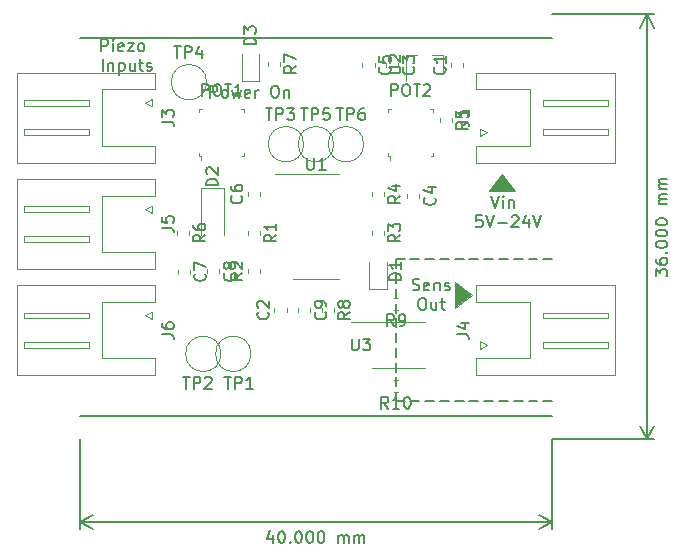
<source format=gbr>
G04 #@! TF.GenerationSoftware,KiCad,Pcbnew,5.1.5-1.fc31*
G04 #@! TF.CreationDate,2020-04-12T23:44:56+02:00*
G04 #@! TF.ProjectId,piezo_amplifier,7069657a-6f5f-4616-9d70-6c6966696572,rev?*
G04 #@! TF.SameCoordinates,Original*
G04 #@! TF.FileFunction,Legend,Top*
G04 #@! TF.FilePolarity,Positive*
%FSLAX46Y46*%
G04 Gerber Fmt 4.6, Leading zero omitted, Abs format (unit mm)*
G04 Created by KiCad (PCBNEW 5.1.5-1.fc31) date 2020-04-12 23:44:56*
%MOMM*%
%LPD*%
G04 APERTURE LIST*
%ADD10C,0.150000*%
%ADD11C,0.100000*%
%ADD12C,0.120000*%
G04 APERTURE END LIST*
D10*
X153752380Y-81190476D02*
X153752380Y-80571428D01*
X154133333Y-80904761D01*
X154133333Y-80761904D01*
X154180952Y-80666666D01*
X154228571Y-80619047D01*
X154323809Y-80571428D01*
X154561904Y-80571428D01*
X154657142Y-80619047D01*
X154704761Y-80666666D01*
X154752380Y-80761904D01*
X154752380Y-81047619D01*
X154704761Y-81142857D01*
X154657142Y-81190476D01*
X153752380Y-79714285D02*
X153752380Y-79904761D01*
X153800000Y-80000000D01*
X153847619Y-80047619D01*
X153990476Y-80142857D01*
X154180952Y-80190476D01*
X154561904Y-80190476D01*
X154657142Y-80142857D01*
X154704761Y-80095238D01*
X154752380Y-80000000D01*
X154752380Y-79809523D01*
X154704761Y-79714285D01*
X154657142Y-79666666D01*
X154561904Y-79619047D01*
X154323809Y-79619047D01*
X154228571Y-79666666D01*
X154180952Y-79714285D01*
X154133333Y-79809523D01*
X154133333Y-80000000D01*
X154180952Y-80095238D01*
X154228571Y-80142857D01*
X154323809Y-80190476D01*
X154657142Y-79190476D02*
X154704761Y-79142857D01*
X154752380Y-79190476D01*
X154704761Y-79238095D01*
X154657142Y-79190476D01*
X154752380Y-79190476D01*
X153752380Y-78523809D02*
X153752380Y-78428571D01*
X153800000Y-78333333D01*
X153847619Y-78285714D01*
X153942857Y-78238095D01*
X154133333Y-78190476D01*
X154371428Y-78190476D01*
X154561904Y-78238095D01*
X154657142Y-78285714D01*
X154704761Y-78333333D01*
X154752380Y-78428571D01*
X154752380Y-78523809D01*
X154704761Y-78619047D01*
X154657142Y-78666666D01*
X154561904Y-78714285D01*
X154371428Y-78761904D01*
X154133333Y-78761904D01*
X153942857Y-78714285D01*
X153847619Y-78666666D01*
X153800000Y-78619047D01*
X153752380Y-78523809D01*
X153752380Y-77571428D02*
X153752380Y-77476190D01*
X153800000Y-77380952D01*
X153847619Y-77333333D01*
X153942857Y-77285714D01*
X154133333Y-77238095D01*
X154371428Y-77238095D01*
X154561904Y-77285714D01*
X154657142Y-77333333D01*
X154704761Y-77380952D01*
X154752380Y-77476190D01*
X154752380Y-77571428D01*
X154704761Y-77666666D01*
X154657142Y-77714285D01*
X154561904Y-77761904D01*
X154371428Y-77809523D01*
X154133333Y-77809523D01*
X153942857Y-77761904D01*
X153847619Y-77714285D01*
X153800000Y-77666666D01*
X153752380Y-77571428D01*
X153752380Y-76619047D02*
X153752380Y-76523809D01*
X153800000Y-76428571D01*
X153847619Y-76380952D01*
X153942857Y-76333333D01*
X154133333Y-76285714D01*
X154371428Y-76285714D01*
X154561904Y-76333333D01*
X154657142Y-76380952D01*
X154704761Y-76428571D01*
X154752380Y-76523809D01*
X154752380Y-76619047D01*
X154704761Y-76714285D01*
X154657142Y-76761904D01*
X154561904Y-76809523D01*
X154371428Y-76857142D01*
X154133333Y-76857142D01*
X153942857Y-76809523D01*
X153847619Y-76761904D01*
X153800000Y-76714285D01*
X153752380Y-76619047D01*
X154752380Y-75095238D02*
X154085714Y-75095238D01*
X154180952Y-75095238D02*
X154133333Y-75047619D01*
X154085714Y-74952380D01*
X154085714Y-74809523D01*
X154133333Y-74714285D01*
X154228571Y-74666666D01*
X154752380Y-74666666D01*
X154228571Y-74666666D02*
X154133333Y-74619047D01*
X154085714Y-74523809D01*
X154085714Y-74380952D01*
X154133333Y-74285714D01*
X154228571Y-74238095D01*
X154752380Y-74238095D01*
X154752380Y-73761904D02*
X154085714Y-73761904D01*
X154180952Y-73761904D02*
X154133333Y-73714285D01*
X154085714Y-73619047D01*
X154085714Y-73476190D01*
X154133333Y-73380952D01*
X154228571Y-73333333D01*
X154752380Y-73333333D01*
X154228571Y-73333333D02*
X154133333Y-73285714D01*
X154085714Y-73190476D01*
X154085714Y-73047619D01*
X154133333Y-72952380D01*
X154228571Y-72904761D01*
X154752380Y-72904761D01*
X153000000Y-95000000D02*
X153000000Y-59000000D01*
X145000000Y-95000000D02*
X153586421Y-95000000D01*
X145000000Y-59000000D02*
X153586421Y-59000000D01*
X153000000Y-59000000D02*
X153586421Y-60126504D01*
X153000000Y-59000000D02*
X152413579Y-60126504D01*
X153000000Y-95000000D02*
X153586421Y-93873496D01*
X153000000Y-95000000D02*
X152413579Y-93873496D01*
X121333333Y-103085714D02*
X121333333Y-103752380D01*
X121095238Y-102704761D02*
X120857142Y-103419047D01*
X121476190Y-103419047D01*
X122047619Y-102752380D02*
X122142857Y-102752380D01*
X122238095Y-102800000D01*
X122285714Y-102847619D01*
X122333333Y-102942857D01*
X122380952Y-103133333D01*
X122380952Y-103371428D01*
X122333333Y-103561904D01*
X122285714Y-103657142D01*
X122238095Y-103704761D01*
X122142857Y-103752380D01*
X122047619Y-103752380D01*
X121952380Y-103704761D01*
X121904761Y-103657142D01*
X121857142Y-103561904D01*
X121809523Y-103371428D01*
X121809523Y-103133333D01*
X121857142Y-102942857D01*
X121904761Y-102847619D01*
X121952380Y-102800000D01*
X122047619Y-102752380D01*
X122809523Y-103657142D02*
X122857142Y-103704761D01*
X122809523Y-103752380D01*
X122761904Y-103704761D01*
X122809523Y-103657142D01*
X122809523Y-103752380D01*
X123476190Y-102752380D02*
X123571428Y-102752380D01*
X123666666Y-102800000D01*
X123714285Y-102847619D01*
X123761904Y-102942857D01*
X123809523Y-103133333D01*
X123809523Y-103371428D01*
X123761904Y-103561904D01*
X123714285Y-103657142D01*
X123666666Y-103704761D01*
X123571428Y-103752380D01*
X123476190Y-103752380D01*
X123380952Y-103704761D01*
X123333333Y-103657142D01*
X123285714Y-103561904D01*
X123238095Y-103371428D01*
X123238095Y-103133333D01*
X123285714Y-102942857D01*
X123333333Y-102847619D01*
X123380952Y-102800000D01*
X123476190Y-102752380D01*
X124428571Y-102752380D02*
X124523809Y-102752380D01*
X124619047Y-102800000D01*
X124666666Y-102847619D01*
X124714285Y-102942857D01*
X124761904Y-103133333D01*
X124761904Y-103371428D01*
X124714285Y-103561904D01*
X124666666Y-103657142D01*
X124619047Y-103704761D01*
X124523809Y-103752380D01*
X124428571Y-103752380D01*
X124333333Y-103704761D01*
X124285714Y-103657142D01*
X124238095Y-103561904D01*
X124190476Y-103371428D01*
X124190476Y-103133333D01*
X124238095Y-102942857D01*
X124285714Y-102847619D01*
X124333333Y-102800000D01*
X124428571Y-102752380D01*
X125380952Y-102752380D02*
X125476190Y-102752380D01*
X125571428Y-102800000D01*
X125619047Y-102847619D01*
X125666666Y-102942857D01*
X125714285Y-103133333D01*
X125714285Y-103371428D01*
X125666666Y-103561904D01*
X125619047Y-103657142D01*
X125571428Y-103704761D01*
X125476190Y-103752380D01*
X125380952Y-103752380D01*
X125285714Y-103704761D01*
X125238095Y-103657142D01*
X125190476Y-103561904D01*
X125142857Y-103371428D01*
X125142857Y-103133333D01*
X125190476Y-102942857D01*
X125238095Y-102847619D01*
X125285714Y-102800000D01*
X125380952Y-102752380D01*
X126904761Y-103752380D02*
X126904761Y-103085714D01*
X126904761Y-103180952D02*
X126952380Y-103133333D01*
X127047619Y-103085714D01*
X127190476Y-103085714D01*
X127285714Y-103133333D01*
X127333333Y-103228571D01*
X127333333Y-103752380D01*
X127333333Y-103228571D02*
X127380952Y-103133333D01*
X127476190Y-103085714D01*
X127619047Y-103085714D01*
X127714285Y-103133333D01*
X127761904Y-103228571D01*
X127761904Y-103752380D01*
X128238095Y-103752380D02*
X128238095Y-103085714D01*
X128238095Y-103180952D02*
X128285714Y-103133333D01*
X128380952Y-103085714D01*
X128523809Y-103085714D01*
X128619047Y-103133333D01*
X128666666Y-103228571D01*
X128666666Y-103752380D01*
X128666666Y-103228571D02*
X128714285Y-103133333D01*
X128809523Y-103085714D01*
X128952380Y-103085714D01*
X129047619Y-103133333D01*
X129095238Y-103228571D01*
X129095238Y-103752380D01*
X145000000Y-102000000D02*
X105000000Y-102000000D01*
X145000000Y-95000000D02*
X145000000Y-102586421D01*
X105000000Y-95000000D02*
X105000000Y-102586421D01*
X105000000Y-102000000D02*
X106126504Y-101413579D01*
X105000000Y-102000000D02*
X106126504Y-102586421D01*
X145000000Y-102000000D02*
X143873496Y-101413579D01*
X145000000Y-102000000D02*
X143873496Y-102586421D01*
X131750000Y-80500000D02*
X131750000Y-79750000D01*
X105000000Y-93000000D02*
X145000000Y-93000000D01*
X144250000Y-91750000D02*
X145000000Y-91750000D01*
X141750000Y-91750000D02*
X142500000Y-91750000D01*
X143000000Y-91750000D02*
X143750000Y-91750000D01*
X139250000Y-91750000D02*
X140000000Y-91750000D01*
X140500000Y-91750000D02*
X141250000Y-91750000D01*
X136750000Y-91750000D02*
X137500000Y-91750000D01*
X138000000Y-91750000D02*
X138750000Y-91750000D01*
X134250000Y-91750000D02*
X135000000Y-91750000D01*
X135500000Y-91750000D02*
X136250000Y-91750000D01*
X131750000Y-91750000D02*
X132500000Y-91750000D01*
X133000000Y-91750000D02*
X133750000Y-91750000D01*
X144250000Y-79750000D02*
X145000000Y-79750000D01*
X141750000Y-79750000D02*
X142500000Y-79750000D01*
X143000000Y-79750000D02*
X143750000Y-79750000D01*
X131750000Y-81000000D02*
X131750000Y-81750000D01*
X131750000Y-82250000D02*
X131750000Y-83000000D01*
X139250000Y-79750000D02*
X140000000Y-79750000D01*
X140500000Y-79750000D02*
X141250000Y-79750000D01*
X136750000Y-79750000D02*
X137500000Y-79750000D01*
X138000000Y-79750000D02*
X138750000Y-79750000D01*
X134250000Y-79750000D02*
X135000000Y-79750000D01*
X135500000Y-79750000D02*
X136250000Y-79750000D01*
X131750000Y-79750000D02*
X132500000Y-79750000D01*
X133000000Y-79750000D02*
X133750000Y-79750000D01*
X131750000Y-91000000D02*
X131750000Y-91750000D01*
X131750000Y-88500000D02*
X131750000Y-89250000D01*
X131750000Y-89750000D02*
X131750000Y-90500000D01*
X131750000Y-86000000D02*
X131750000Y-86750000D01*
X131750000Y-87250000D02*
X131750000Y-88000000D01*
X131750000Y-83500000D02*
X131750000Y-84250000D01*
X131750000Y-84750000D02*
X131750000Y-85500000D01*
X116066666Y-66052380D02*
X116066666Y-65052380D01*
X116447619Y-65052380D01*
X116542857Y-65100000D01*
X116590476Y-65147619D01*
X116638095Y-65242857D01*
X116638095Y-65385714D01*
X116590476Y-65480952D01*
X116542857Y-65528571D01*
X116447619Y-65576190D01*
X116066666Y-65576190D01*
X117209523Y-66052380D02*
X117114285Y-66004761D01*
X117066666Y-65957142D01*
X117019047Y-65861904D01*
X117019047Y-65576190D01*
X117066666Y-65480952D01*
X117114285Y-65433333D01*
X117209523Y-65385714D01*
X117352380Y-65385714D01*
X117447619Y-65433333D01*
X117495238Y-65480952D01*
X117542857Y-65576190D01*
X117542857Y-65861904D01*
X117495238Y-65957142D01*
X117447619Y-66004761D01*
X117352380Y-66052380D01*
X117209523Y-66052380D01*
X117876190Y-65385714D02*
X118066666Y-66052380D01*
X118257142Y-65576190D01*
X118447619Y-66052380D01*
X118638095Y-65385714D01*
X119400000Y-66004761D02*
X119304761Y-66052380D01*
X119114285Y-66052380D01*
X119019047Y-66004761D01*
X118971428Y-65909523D01*
X118971428Y-65528571D01*
X119019047Y-65433333D01*
X119114285Y-65385714D01*
X119304761Y-65385714D01*
X119400000Y-65433333D01*
X119447619Y-65528571D01*
X119447619Y-65623809D01*
X118971428Y-65719047D01*
X119876190Y-66052380D02*
X119876190Y-65385714D01*
X119876190Y-65576190D02*
X119923809Y-65480952D01*
X119971428Y-65433333D01*
X120066666Y-65385714D01*
X120161904Y-65385714D01*
X121447619Y-65052380D02*
X121638095Y-65052380D01*
X121733333Y-65100000D01*
X121828571Y-65195238D01*
X121876190Y-65385714D01*
X121876190Y-65719047D01*
X121828571Y-65909523D01*
X121733333Y-66004761D01*
X121638095Y-66052380D01*
X121447619Y-66052380D01*
X121352380Y-66004761D01*
X121257142Y-65909523D01*
X121209523Y-65719047D01*
X121209523Y-65385714D01*
X121257142Y-65195238D01*
X121352380Y-65100000D01*
X121447619Y-65052380D01*
X122304761Y-65385714D02*
X122304761Y-66052380D01*
X122304761Y-65480952D02*
X122352380Y-65433333D01*
X122447619Y-65385714D01*
X122590476Y-65385714D01*
X122685714Y-65433333D01*
X122733333Y-65528571D01*
X122733333Y-66052380D01*
X133178571Y-82329761D02*
X133321428Y-82377380D01*
X133559523Y-82377380D01*
X133654761Y-82329761D01*
X133702380Y-82282142D01*
X133750000Y-82186904D01*
X133750000Y-82091666D01*
X133702380Y-81996428D01*
X133654761Y-81948809D01*
X133559523Y-81901190D01*
X133369047Y-81853571D01*
X133273809Y-81805952D01*
X133226190Y-81758333D01*
X133178571Y-81663095D01*
X133178571Y-81567857D01*
X133226190Y-81472619D01*
X133273809Y-81425000D01*
X133369047Y-81377380D01*
X133607142Y-81377380D01*
X133750000Y-81425000D01*
X134559523Y-82329761D02*
X134464285Y-82377380D01*
X134273809Y-82377380D01*
X134178571Y-82329761D01*
X134130952Y-82234523D01*
X134130952Y-81853571D01*
X134178571Y-81758333D01*
X134273809Y-81710714D01*
X134464285Y-81710714D01*
X134559523Y-81758333D01*
X134607142Y-81853571D01*
X134607142Y-81948809D01*
X134130952Y-82044047D01*
X135035714Y-81710714D02*
X135035714Y-82377380D01*
X135035714Y-81805952D02*
X135083333Y-81758333D01*
X135178571Y-81710714D01*
X135321428Y-81710714D01*
X135416666Y-81758333D01*
X135464285Y-81853571D01*
X135464285Y-82377380D01*
X135892857Y-82329761D02*
X135988095Y-82377380D01*
X136178571Y-82377380D01*
X136273809Y-82329761D01*
X136321428Y-82234523D01*
X136321428Y-82186904D01*
X136273809Y-82091666D01*
X136178571Y-82044047D01*
X136035714Y-82044047D01*
X135940476Y-81996428D01*
X135892857Y-81901190D01*
X135892857Y-81853571D01*
X135940476Y-81758333D01*
X136035714Y-81710714D01*
X136178571Y-81710714D01*
X136273809Y-81758333D01*
X133916666Y-83027380D02*
X134107142Y-83027380D01*
X134202380Y-83075000D01*
X134297619Y-83170238D01*
X134345238Y-83360714D01*
X134345238Y-83694047D01*
X134297619Y-83884523D01*
X134202380Y-83979761D01*
X134107142Y-84027380D01*
X133916666Y-84027380D01*
X133821428Y-83979761D01*
X133726190Y-83884523D01*
X133678571Y-83694047D01*
X133678571Y-83360714D01*
X133726190Y-83170238D01*
X133821428Y-83075000D01*
X133916666Y-83027380D01*
X135202380Y-83360714D02*
X135202380Y-84027380D01*
X134773809Y-83360714D02*
X134773809Y-83884523D01*
X134821428Y-83979761D01*
X134916666Y-84027380D01*
X135059523Y-84027380D01*
X135154761Y-83979761D01*
X135202380Y-83932142D01*
X135535714Y-83360714D02*
X135916666Y-83360714D01*
X135678571Y-83027380D02*
X135678571Y-83884523D01*
X135726190Y-83979761D01*
X135821428Y-84027380D01*
X135916666Y-84027380D01*
D11*
G36*
X138250000Y-82750000D02*
G01*
X136750000Y-83875000D01*
X136750000Y-81625000D01*
X138250000Y-82750000D01*
G37*
X138250000Y-82750000D02*
X136750000Y-83875000D01*
X136750000Y-81625000D01*
X138250000Y-82750000D01*
G36*
X141875000Y-74000000D02*
G01*
X139625000Y-74000000D01*
X140750000Y-72500000D01*
X141875000Y-74000000D01*
G37*
X141875000Y-74000000D02*
X139625000Y-74000000D01*
X140750000Y-72500000D01*
X141875000Y-74000000D01*
D10*
X139845238Y-74377380D02*
X140178571Y-75377380D01*
X140511904Y-74377380D01*
X140845238Y-75377380D02*
X140845238Y-74710714D01*
X140845238Y-74377380D02*
X140797619Y-74425000D01*
X140845238Y-74472619D01*
X140892857Y-74425000D01*
X140845238Y-74377380D01*
X140845238Y-74472619D01*
X141321428Y-74710714D02*
X141321428Y-75377380D01*
X141321428Y-74805952D02*
X141369047Y-74758333D01*
X141464285Y-74710714D01*
X141607142Y-74710714D01*
X141702380Y-74758333D01*
X141750000Y-74853571D01*
X141750000Y-75377380D01*
X139059523Y-76027380D02*
X138583333Y-76027380D01*
X138535714Y-76503571D01*
X138583333Y-76455952D01*
X138678571Y-76408333D01*
X138916666Y-76408333D01*
X139011904Y-76455952D01*
X139059523Y-76503571D01*
X139107142Y-76598809D01*
X139107142Y-76836904D01*
X139059523Y-76932142D01*
X139011904Y-76979761D01*
X138916666Y-77027380D01*
X138678571Y-77027380D01*
X138583333Y-76979761D01*
X138535714Y-76932142D01*
X139392857Y-76027380D02*
X139726190Y-77027380D01*
X140059523Y-76027380D01*
X140392857Y-76646428D02*
X141154761Y-76646428D01*
X141583333Y-76122619D02*
X141630952Y-76075000D01*
X141726190Y-76027380D01*
X141964285Y-76027380D01*
X142059523Y-76075000D01*
X142107142Y-76122619D01*
X142154761Y-76217857D01*
X142154761Y-76313095D01*
X142107142Y-76455952D01*
X141535714Y-77027380D01*
X142154761Y-77027380D01*
X143011904Y-76360714D02*
X143011904Y-77027380D01*
X142773809Y-75979761D02*
X142535714Y-76694047D01*
X143154761Y-76694047D01*
X143392857Y-76027380D02*
X143726190Y-77027380D01*
X144059523Y-76027380D01*
X106833333Y-62127380D02*
X106833333Y-61127380D01*
X107214285Y-61127380D01*
X107309523Y-61175000D01*
X107357142Y-61222619D01*
X107404761Y-61317857D01*
X107404761Y-61460714D01*
X107357142Y-61555952D01*
X107309523Y-61603571D01*
X107214285Y-61651190D01*
X106833333Y-61651190D01*
X107833333Y-62127380D02*
X107833333Y-61460714D01*
X107833333Y-61127380D02*
X107785714Y-61175000D01*
X107833333Y-61222619D01*
X107880952Y-61175000D01*
X107833333Y-61127380D01*
X107833333Y-61222619D01*
X108690476Y-62079761D02*
X108595238Y-62127380D01*
X108404761Y-62127380D01*
X108309523Y-62079761D01*
X108261904Y-61984523D01*
X108261904Y-61603571D01*
X108309523Y-61508333D01*
X108404761Y-61460714D01*
X108595238Y-61460714D01*
X108690476Y-61508333D01*
X108738095Y-61603571D01*
X108738095Y-61698809D01*
X108261904Y-61794047D01*
X109071428Y-61460714D02*
X109595238Y-61460714D01*
X109071428Y-62127380D01*
X109595238Y-62127380D01*
X110119047Y-62127380D02*
X110023809Y-62079761D01*
X109976190Y-62032142D01*
X109928571Y-61936904D01*
X109928571Y-61651190D01*
X109976190Y-61555952D01*
X110023809Y-61508333D01*
X110119047Y-61460714D01*
X110261904Y-61460714D01*
X110357142Y-61508333D01*
X110404761Y-61555952D01*
X110452380Y-61651190D01*
X110452380Y-61936904D01*
X110404761Y-62032142D01*
X110357142Y-62079761D01*
X110261904Y-62127380D01*
X110119047Y-62127380D01*
X106952380Y-63777380D02*
X106952380Y-62777380D01*
X107428571Y-63110714D02*
X107428571Y-63777380D01*
X107428571Y-63205952D02*
X107476190Y-63158333D01*
X107571428Y-63110714D01*
X107714285Y-63110714D01*
X107809523Y-63158333D01*
X107857142Y-63253571D01*
X107857142Y-63777380D01*
X108333333Y-63110714D02*
X108333333Y-64110714D01*
X108333333Y-63158333D02*
X108428571Y-63110714D01*
X108619047Y-63110714D01*
X108714285Y-63158333D01*
X108761904Y-63205952D01*
X108809523Y-63301190D01*
X108809523Y-63586904D01*
X108761904Y-63682142D01*
X108714285Y-63729761D01*
X108619047Y-63777380D01*
X108428571Y-63777380D01*
X108333333Y-63729761D01*
X109666666Y-63110714D02*
X109666666Y-63777380D01*
X109238095Y-63110714D02*
X109238095Y-63634523D01*
X109285714Y-63729761D01*
X109380952Y-63777380D01*
X109523809Y-63777380D01*
X109619047Y-63729761D01*
X109666666Y-63682142D01*
X110000000Y-63110714D02*
X110380952Y-63110714D01*
X110142857Y-62777380D02*
X110142857Y-63634523D01*
X110190476Y-63729761D01*
X110285714Y-63777380D01*
X110380952Y-63777380D01*
X110666666Y-63729761D02*
X110761904Y-63777380D01*
X110952380Y-63777380D01*
X111047619Y-63729761D01*
X111095238Y-63634523D01*
X111095238Y-63586904D01*
X111047619Y-63491666D01*
X110952380Y-63444047D01*
X110809523Y-63444047D01*
X110714285Y-63396428D01*
X110666666Y-63301190D01*
X110666666Y-63253571D01*
X110714285Y-63158333D01*
X110809523Y-63110714D01*
X110952380Y-63110714D01*
X111047619Y-63158333D01*
X105000000Y-61000000D02*
X145000000Y-61000000D01*
D12*
X132000000Y-85040000D02*
X127950000Y-85040000D01*
X132000000Y-85040000D02*
X134275000Y-85040000D01*
X132000000Y-88960000D02*
X129725000Y-88960000D01*
X132000000Y-88960000D02*
X134275000Y-88960000D01*
X129040000Y-70000000D02*
G75*
G03X129040000Y-70000000I-1500000J0D01*
G01*
X126500000Y-70000000D02*
G75*
G03X126500000Y-70000000I-1500000J0D01*
G01*
X120185000Y-64685000D02*
X120185000Y-62400000D01*
X118715000Y-64685000D02*
X120185000Y-64685000D01*
X118715000Y-62400000D02*
X118715000Y-64685000D01*
X116960000Y-87750000D02*
G75*
G03X116960000Y-87750000I-1500000J0D01*
G01*
X115750000Y-64750000D02*
G75*
G03X115750000Y-64750000I-1500000J0D01*
G01*
X123960000Y-70000000D02*
G75*
G03X123960000Y-70000000I-1500000J0D01*
G01*
X117250000Y-73750000D02*
X117250000Y-77650000D01*
X115250000Y-73750000D02*
X115250000Y-77650000D01*
X117250000Y-73750000D02*
X115250000Y-73750000D01*
X130985000Y-82235000D02*
X130985000Y-79950000D01*
X129515000Y-82235000D02*
X130985000Y-82235000D01*
X129515000Y-79950000D02*
X129515000Y-82235000D01*
X119500000Y-87750000D02*
G75*
G03X119500000Y-87750000I-1500000J0D01*
G01*
X150310000Y-67750000D02*
X150310000Y-71560000D01*
X150310000Y-71560000D02*
X138590000Y-71560000D01*
X138590000Y-71560000D02*
X138590000Y-70140000D01*
X138590000Y-70140000D02*
X143090000Y-70140000D01*
X143090000Y-70140000D02*
X143090000Y-67750000D01*
X150310000Y-67750000D02*
X150310000Y-63940000D01*
X150310000Y-63940000D02*
X138590000Y-63940000D01*
X138590000Y-63940000D02*
X138590000Y-65360000D01*
X138590000Y-65360000D02*
X143090000Y-65360000D01*
X143090000Y-65360000D02*
X143090000Y-67750000D01*
X144200000Y-69250000D02*
X149700000Y-69250000D01*
X149700000Y-69250000D02*
X149700000Y-68750000D01*
X149700000Y-68750000D02*
X144200000Y-68750000D01*
X144200000Y-68750000D02*
X144200000Y-69250000D01*
X144200000Y-66750000D02*
X149700000Y-66750000D01*
X149700000Y-66750000D02*
X149700000Y-66250000D01*
X149700000Y-66250000D02*
X144200000Y-66250000D01*
X144200000Y-66250000D02*
X144200000Y-66750000D01*
X139500000Y-69000000D02*
X138900000Y-69300000D01*
X138900000Y-69300000D02*
X138900000Y-68700000D01*
X138900000Y-68700000D02*
X139500000Y-69000000D01*
X99690000Y-67750000D02*
X99690000Y-63940000D01*
X99690000Y-63940000D02*
X111410000Y-63940000D01*
X111410000Y-63940000D02*
X111410000Y-65360000D01*
X111410000Y-65360000D02*
X106910000Y-65360000D01*
X106910000Y-65360000D02*
X106910000Y-67750000D01*
X99690000Y-67750000D02*
X99690000Y-71560000D01*
X99690000Y-71560000D02*
X111410000Y-71560000D01*
X111410000Y-71560000D02*
X111410000Y-70140000D01*
X111410000Y-70140000D02*
X106910000Y-70140000D01*
X106910000Y-70140000D02*
X106910000Y-67750000D01*
X105800000Y-66250000D02*
X100300000Y-66250000D01*
X100300000Y-66250000D02*
X100300000Y-66750000D01*
X100300000Y-66750000D02*
X105800000Y-66750000D01*
X105800000Y-66750000D02*
X105800000Y-66250000D01*
X105800000Y-68750000D02*
X100300000Y-68750000D01*
X100300000Y-68750000D02*
X100300000Y-69250000D01*
X100300000Y-69250000D02*
X105800000Y-69250000D01*
X105800000Y-69250000D02*
X105800000Y-68750000D01*
X110500000Y-66500000D02*
X111100000Y-66200000D01*
X111100000Y-66200000D02*
X111100000Y-66800000D01*
X111100000Y-66800000D02*
X110500000Y-66500000D01*
X150310000Y-85750000D02*
X150310000Y-89560000D01*
X150310000Y-89560000D02*
X138590000Y-89560000D01*
X138590000Y-89560000D02*
X138590000Y-88140000D01*
X138590000Y-88140000D02*
X143090000Y-88140000D01*
X143090000Y-88140000D02*
X143090000Y-85750000D01*
X150310000Y-85750000D02*
X150310000Y-81940000D01*
X150310000Y-81940000D02*
X138590000Y-81940000D01*
X138590000Y-81940000D02*
X138590000Y-83360000D01*
X138590000Y-83360000D02*
X143090000Y-83360000D01*
X143090000Y-83360000D02*
X143090000Y-85750000D01*
X144200000Y-87250000D02*
X149700000Y-87250000D01*
X149700000Y-87250000D02*
X149700000Y-86750000D01*
X149700000Y-86750000D02*
X144200000Y-86750000D01*
X144200000Y-86750000D02*
X144200000Y-87250000D01*
X144200000Y-84750000D02*
X149700000Y-84750000D01*
X149700000Y-84750000D02*
X149700000Y-84250000D01*
X149700000Y-84250000D02*
X144200000Y-84250000D01*
X144200000Y-84250000D02*
X144200000Y-84750000D01*
X139500000Y-87000000D02*
X138900000Y-87300000D01*
X138900000Y-87300000D02*
X138900000Y-86700000D01*
X138900000Y-86700000D02*
X139500000Y-87000000D01*
X111100000Y-75800000D02*
X110500000Y-75500000D01*
X111100000Y-75200000D02*
X111100000Y-75800000D01*
X110500000Y-75500000D02*
X111100000Y-75200000D01*
X105800000Y-78250000D02*
X105800000Y-77750000D01*
X100300000Y-78250000D02*
X105800000Y-78250000D01*
X100300000Y-77750000D02*
X100300000Y-78250000D01*
X105800000Y-77750000D02*
X100300000Y-77750000D01*
X105800000Y-75750000D02*
X105800000Y-75250000D01*
X100300000Y-75750000D02*
X105800000Y-75750000D01*
X100300000Y-75250000D02*
X100300000Y-75750000D01*
X105800000Y-75250000D02*
X100300000Y-75250000D01*
X106910000Y-79140000D02*
X106910000Y-76750000D01*
X111410000Y-79140000D02*
X106910000Y-79140000D01*
X111410000Y-80560000D02*
X111410000Y-79140000D01*
X99690000Y-80560000D02*
X111410000Y-80560000D01*
X99690000Y-76750000D02*
X99690000Y-80560000D01*
X106910000Y-74360000D02*
X106910000Y-76750000D01*
X111410000Y-74360000D02*
X106910000Y-74360000D01*
X111410000Y-72940000D02*
X111410000Y-74360000D01*
X99690000Y-72940000D02*
X111410000Y-72940000D01*
X99690000Y-76750000D02*
X99690000Y-72940000D01*
X111100000Y-84800000D02*
X110500000Y-84500000D01*
X111100000Y-84200000D02*
X111100000Y-84800000D01*
X110500000Y-84500000D02*
X111100000Y-84200000D01*
X105800000Y-87250000D02*
X105800000Y-86750000D01*
X100300000Y-87250000D02*
X105800000Y-87250000D01*
X100300000Y-86750000D02*
X100300000Y-87250000D01*
X105800000Y-86750000D02*
X100300000Y-86750000D01*
X105800000Y-84750000D02*
X105800000Y-84250000D01*
X100300000Y-84750000D02*
X105800000Y-84750000D01*
X100300000Y-84250000D02*
X100300000Y-84750000D01*
X105800000Y-84250000D02*
X100300000Y-84250000D01*
X106910000Y-88140000D02*
X106910000Y-85750000D01*
X111410000Y-88140000D02*
X106910000Y-88140000D01*
X111410000Y-89560000D02*
X111410000Y-88140000D01*
X99690000Y-89560000D02*
X111410000Y-89560000D01*
X99690000Y-85750000D02*
X99690000Y-89560000D01*
X106910000Y-83360000D02*
X106910000Y-85750000D01*
X111410000Y-83360000D02*
X106910000Y-83360000D01*
X111410000Y-81940000D02*
X111410000Y-83360000D01*
X99690000Y-81940000D02*
X111410000Y-81940000D01*
X99690000Y-85750000D02*
X99690000Y-81940000D01*
D11*
X115100000Y-67000000D02*
X115100000Y-67250000D01*
X115100000Y-67000000D02*
X115350000Y-67000000D01*
X118900000Y-67000000D02*
X118900000Y-67250000D01*
X118900000Y-67000000D02*
X118650000Y-67000000D01*
X118900000Y-71000000D02*
X118700000Y-71000000D01*
X118900000Y-71000000D02*
X118900000Y-70750000D01*
X115100000Y-70750000D02*
X115100000Y-71000000D01*
X115100000Y-71000000D02*
X115300000Y-71000000D01*
X115300000Y-71000000D02*
X115300000Y-71350000D01*
X131300000Y-71000000D02*
X131300000Y-71350000D01*
X131100000Y-71000000D02*
X131300000Y-71000000D01*
X131100000Y-70750000D02*
X131100000Y-71000000D01*
X134900000Y-71000000D02*
X134900000Y-70750000D01*
X134900000Y-71000000D02*
X134700000Y-71000000D01*
X134900000Y-67000000D02*
X134650000Y-67000000D01*
X134900000Y-67000000D02*
X134900000Y-67250000D01*
X131100000Y-67000000D02*
X131350000Y-67000000D01*
X131100000Y-67000000D02*
X131100000Y-67250000D01*
D12*
X125000000Y-81435000D02*
X126950000Y-81435000D01*
X125000000Y-81435000D02*
X123050000Y-81435000D01*
X125000000Y-72565000D02*
X126950000Y-72565000D01*
X125000000Y-72565000D02*
X121550000Y-72565000D01*
X136440000Y-63471267D02*
X136440000Y-63128733D01*
X137460000Y-63471267D02*
X137460000Y-63128733D01*
X121490000Y-84221267D02*
X121490000Y-83878733D01*
X122510000Y-84221267D02*
X122510000Y-83878733D01*
X130940000Y-63128733D02*
X130940000Y-63471267D01*
X131960000Y-63128733D02*
X131960000Y-63471267D01*
X133760000Y-74178733D02*
X133760000Y-74521267D01*
X132740000Y-74178733D02*
X132740000Y-74521267D01*
X128940000Y-63128733D02*
X128940000Y-63471267D01*
X129960000Y-63128733D02*
X129960000Y-63471267D01*
X119240000Y-74371267D02*
X119240000Y-74028733D01*
X120260000Y-74371267D02*
X120260000Y-74028733D01*
X113290000Y-80628733D02*
X113290000Y-80971267D01*
X114310000Y-80628733D02*
X114310000Y-80971267D01*
X115790000Y-80603733D02*
X115790000Y-80946267D01*
X116810000Y-80603733D02*
X116810000Y-80946267D01*
X124510000Y-83878733D02*
X124510000Y-84221267D01*
X123490000Y-83878733D02*
X123490000Y-84221267D01*
X120260000Y-77337221D02*
X120260000Y-77662779D01*
X119240000Y-77337221D02*
X119240000Y-77662779D01*
X120260000Y-80912779D02*
X120260000Y-80587221D01*
X119240000Y-80912779D02*
X119240000Y-80587221D01*
X130760000Y-77337221D02*
X130760000Y-77662779D01*
X129740000Y-77337221D02*
X129740000Y-77662779D01*
X130760000Y-74037221D02*
X130760000Y-74362779D01*
X129740000Y-74037221D02*
X129740000Y-74362779D01*
X135490000Y-67787221D02*
X135490000Y-68112779D01*
X136510000Y-67787221D02*
X136510000Y-68112779D01*
X114260000Y-77337221D02*
X114260000Y-77662779D01*
X113240000Y-77337221D02*
X113240000Y-77662779D01*
X120940000Y-63037221D02*
X120940000Y-63362779D01*
X121960000Y-63037221D02*
X121960000Y-63362779D01*
X125490000Y-83887221D02*
X125490000Y-84212779D01*
X126510000Y-83887221D02*
X126510000Y-84212779D01*
X131950279Y-82990000D02*
X131624721Y-82990000D01*
X131950279Y-84010000D02*
X131624721Y-84010000D01*
X131912779Y-91010000D02*
X131587221Y-91010000D01*
X131912779Y-89990000D02*
X131587221Y-89990000D01*
X135780000Y-62490000D02*
X134850000Y-62490000D01*
X132620000Y-62490000D02*
X133550000Y-62490000D01*
X132620000Y-62490000D02*
X132620000Y-64650000D01*
X135780000Y-62490000D02*
X135780000Y-63950000D01*
D10*
X128038095Y-86452380D02*
X128038095Y-87261904D01*
X128085714Y-87357142D01*
X128133333Y-87404761D01*
X128228571Y-87452380D01*
X128419047Y-87452380D01*
X128514285Y-87404761D01*
X128561904Y-87357142D01*
X128609523Y-87261904D01*
X128609523Y-86452380D01*
X128990476Y-86452380D02*
X129609523Y-86452380D01*
X129276190Y-86833333D01*
X129419047Y-86833333D01*
X129514285Y-86880952D01*
X129561904Y-86928571D01*
X129609523Y-87023809D01*
X129609523Y-87261904D01*
X129561904Y-87357142D01*
X129514285Y-87404761D01*
X129419047Y-87452380D01*
X129133333Y-87452380D01*
X129038095Y-87404761D01*
X128990476Y-87357142D01*
X126738095Y-66952380D02*
X127309523Y-66952380D01*
X127023809Y-67952380D02*
X127023809Y-66952380D01*
X127642857Y-67952380D02*
X127642857Y-66952380D01*
X128023809Y-66952380D01*
X128119047Y-67000000D01*
X128166666Y-67047619D01*
X128214285Y-67142857D01*
X128214285Y-67285714D01*
X128166666Y-67380952D01*
X128119047Y-67428571D01*
X128023809Y-67476190D01*
X127642857Y-67476190D01*
X129071428Y-66952380D02*
X128880952Y-66952380D01*
X128785714Y-67000000D01*
X128738095Y-67047619D01*
X128642857Y-67190476D01*
X128595238Y-67380952D01*
X128595238Y-67761904D01*
X128642857Y-67857142D01*
X128690476Y-67904761D01*
X128785714Y-67952380D01*
X128976190Y-67952380D01*
X129071428Y-67904761D01*
X129119047Y-67857142D01*
X129166666Y-67761904D01*
X129166666Y-67523809D01*
X129119047Y-67428571D01*
X129071428Y-67380952D01*
X128976190Y-67333333D01*
X128785714Y-67333333D01*
X128690476Y-67380952D01*
X128642857Y-67428571D01*
X128595238Y-67523809D01*
X123738095Y-66952380D02*
X124309523Y-66952380D01*
X124023809Y-67952380D02*
X124023809Y-66952380D01*
X124642857Y-67952380D02*
X124642857Y-66952380D01*
X125023809Y-66952380D01*
X125119047Y-67000000D01*
X125166666Y-67047619D01*
X125214285Y-67142857D01*
X125214285Y-67285714D01*
X125166666Y-67380952D01*
X125119047Y-67428571D01*
X125023809Y-67476190D01*
X124642857Y-67476190D01*
X126119047Y-66952380D02*
X125642857Y-66952380D01*
X125595238Y-67428571D01*
X125642857Y-67380952D01*
X125738095Y-67333333D01*
X125976190Y-67333333D01*
X126071428Y-67380952D01*
X126119047Y-67428571D01*
X126166666Y-67523809D01*
X126166666Y-67761904D01*
X126119047Y-67857142D01*
X126071428Y-67904761D01*
X125976190Y-67952380D01*
X125738095Y-67952380D01*
X125642857Y-67904761D01*
X125595238Y-67857142D01*
X119902380Y-61538095D02*
X118902380Y-61538095D01*
X118902380Y-61300000D01*
X118950000Y-61157142D01*
X119045238Y-61061904D01*
X119140476Y-61014285D01*
X119330952Y-60966666D01*
X119473809Y-60966666D01*
X119664285Y-61014285D01*
X119759523Y-61061904D01*
X119854761Y-61157142D01*
X119902380Y-61300000D01*
X119902380Y-61538095D01*
X118902380Y-60633333D02*
X118902380Y-60014285D01*
X119283333Y-60347619D01*
X119283333Y-60204761D01*
X119330952Y-60109523D01*
X119378571Y-60061904D01*
X119473809Y-60014285D01*
X119711904Y-60014285D01*
X119807142Y-60061904D01*
X119854761Y-60109523D01*
X119902380Y-60204761D01*
X119902380Y-60490476D01*
X119854761Y-60585714D01*
X119807142Y-60633333D01*
X113738095Y-89702380D02*
X114309523Y-89702380D01*
X114023809Y-90702380D02*
X114023809Y-89702380D01*
X114642857Y-90702380D02*
X114642857Y-89702380D01*
X115023809Y-89702380D01*
X115119047Y-89750000D01*
X115166666Y-89797619D01*
X115214285Y-89892857D01*
X115214285Y-90035714D01*
X115166666Y-90130952D01*
X115119047Y-90178571D01*
X115023809Y-90226190D01*
X114642857Y-90226190D01*
X115595238Y-89797619D02*
X115642857Y-89750000D01*
X115738095Y-89702380D01*
X115976190Y-89702380D01*
X116071428Y-89750000D01*
X116119047Y-89797619D01*
X116166666Y-89892857D01*
X116166666Y-89988095D01*
X116119047Y-90130952D01*
X115547619Y-90702380D01*
X116166666Y-90702380D01*
X112988095Y-61702380D02*
X113559523Y-61702380D01*
X113273809Y-62702380D02*
X113273809Y-61702380D01*
X113892857Y-62702380D02*
X113892857Y-61702380D01*
X114273809Y-61702380D01*
X114369047Y-61750000D01*
X114416666Y-61797619D01*
X114464285Y-61892857D01*
X114464285Y-62035714D01*
X114416666Y-62130952D01*
X114369047Y-62178571D01*
X114273809Y-62226190D01*
X113892857Y-62226190D01*
X115321428Y-62035714D02*
X115321428Y-62702380D01*
X115083333Y-61654761D02*
X114845238Y-62369047D01*
X115464285Y-62369047D01*
X120738095Y-66952380D02*
X121309523Y-66952380D01*
X121023809Y-67952380D02*
X121023809Y-66952380D01*
X121642857Y-67952380D02*
X121642857Y-66952380D01*
X122023809Y-66952380D01*
X122119047Y-67000000D01*
X122166666Y-67047619D01*
X122214285Y-67142857D01*
X122214285Y-67285714D01*
X122166666Y-67380952D01*
X122119047Y-67428571D01*
X122023809Y-67476190D01*
X121642857Y-67476190D01*
X122547619Y-66952380D02*
X123166666Y-66952380D01*
X122833333Y-67333333D01*
X122976190Y-67333333D01*
X123071428Y-67380952D01*
X123119047Y-67428571D01*
X123166666Y-67523809D01*
X123166666Y-67761904D01*
X123119047Y-67857142D01*
X123071428Y-67904761D01*
X122976190Y-67952380D01*
X122690476Y-67952380D01*
X122595238Y-67904761D01*
X122547619Y-67857142D01*
X116702380Y-73488095D02*
X115702380Y-73488095D01*
X115702380Y-73250000D01*
X115750000Y-73107142D01*
X115845238Y-73011904D01*
X115940476Y-72964285D01*
X116130952Y-72916666D01*
X116273809Y-72916666D01*
X116464285Y-72964285D01*
X116559523Y-73011904D01*
X116654761Y-73107142D01*
X116702380Y-73250000D01*
X116702380Y-73488095D01*
X115797619Y-72535714D02*
X115750000Y-72488095D01*
X115702380Y-72392857D01*
X115702380Y-72154761D01*
X115750000Y-72059523D01*
X115797619Y-72011904D01*
X115892857Y-71964285D01*
X115988095Y-71964285D01*
X116130952Y-72011904D01*
X116702380Y-72583333D01*
X116702380Y-71964285D01*
X132202380Y-81488095D02*
X131202380Y-81488095D01*
X131202380Y-81250000D01*
X131250000Y-81107142D01*
X131345238Y-81011904D01*
X131440476Y-80964285D01*
X131630952Y-80916666D01*
X131773809Y-80916666D01*
X131964285Y-80964285D01*
X132059523Y-81011904D01*
X132154761Y-81107142D01*
X132202380Y-81250000D01*
X132202380Y-81488095D01*
X132202380Y-79964285D02*
X132202380Y-80535714D01*
X132202380Y-80250000D02*
X131202380Y-80250000D01*
X131345238Y-80345238D01*
X131440476Y-80440476D01*
X131488095Y-80535714D01*
X117238095Y-89702380D02*
X117809523Y-89702380D01*
X117523809Y-90702380D02*
X117523809Y-89702380D01*
X118142857Y-90702380D02*
X118142857Y-89702380D01*
X118523809Y-89702380D01*
X118619047Y-89750000D01*
X118666666Y-89797619D01*
X118714285Y-89892857D01*
X118714285Y-90035714D01*
X118666666Y-90130952D01*
X118619047Y-90178571D01*
X118523809Y-90226190D01*
X118142857Y-90226190D01*
X119666666Y-90702380D02*
X119095238Y-90702380D01*
X119380952Y-90702380D02*
X119380952Y-89702380D01*
X119285714Y-89845238D01*
X119190476Y-89940476D01*
X119095238Y-89988095D01*
X136952380Y-68083333D02*
X137666666Y-68083333D01*
X137809523Y-68130952D01*
X137904761Y-68226190D01*
X137952380Y-68369047D01*
X137952380Y-68464285D01*
X137952380Y-67083333D02*
X137952380Y-67654761D01*
X137952380Y-67369047D02*
X136952380Y-67369047D01*
X137095238Y-67464285D01*
X137190476Y-67559523D01*
X137238095Y-67654761D01*
X111952380Y-68083333D02*
X112666666Y-68083333D01*
X112809523Y-68130952D01*
X112904761Y-68226190D01*
X112952380Y-68369047D01*
X112952380Y-68464285D01*
X111952380Y-67702380D02*
X111952380Y-67083333D01*
X112333333Y-67416666D01*
X112333333Y-67273809D01*
X112380952Y-67178571D01*
X112428571Y-67130952D01*
X112523809Y-67083333D01*
X112761904Y-67083333D01*
X112857142Y-67130952D01*
X112904761Y-67178571D01*
X112952380Y-67273809D01*
X112952380Y-67559523D01*
X112904761Y-67654761D01*
X112857142Y-67702380D01*
X136952380Y-86083333D02*
X137666666Y-86083333D01*
X137809523Y-86130952D01*
X137904761Y-86226190D01*
X137952380Y-86369047D01*
X137952380Y-86464285D01*
X137285714Y-85178571D02*
X137952380Y-85178571D01*
X136904761Y-85416666D02*
X137619047Y-85654761D01*
X137619047Y-85035714D01*
X111952380Y-77083333D02*
X112666666Y-77083333D01*
X112809523Y-77130952D01*
X112904761Y-77226190D01*
X112952380Y-77369047D01*
X112952380Y-77464285D01*
X111952380Y-76130952D02*
X111952380Y-76607142D01*
X112428571Y-76654761D01*
X112380952Y-76607142D01*
X112333333Y-76511904D01*
X112333333Y-76273809D01*
X112380952Y-76178571D01*
X112428571Y-76130952D01*
X112523809Y-76083333D01*
X112761904Y-76083333D01*
X112857142Y-76130952D01*
X112904761Y-76178571D01*
X112952380Y-76273809D01*
X112952380Y-76511904D01*
X112904761Y-76607142D01*
X112857142Y-76654761D01*
X111952380Y-86083333D02*
X112666666Y-86083333D01*
X112809523Y-86130952D01*
X112904761Y-86226190D01*
X112952380Y-86369047D01*
X112952380Y-86464285D01*
X111952380Y-85178571D02*
X111952380Y-85369047D01*
X112000000Y-85464285D01*
X112047619Y-85511904D01*
X112190476Y-85607142D01*
X112380952Y-85654761D01*
X112761904Y-85654761D01*
X112857142Y-85607142D01*
X112904761Y-85559523D01*
X112952380Y-85464285D01*
X112952380Y-85273809D01*
X112904761Y-85178571D01*
X112857142Y-85130952D01*
X112761904Y-85083333D01*
X112523809Y-85083333D01*
X112428571Y-85130952D01*
X112380952Y-85178571D01*
X112333333Y-85273809D01*
X112333333Y-85464285D01*
X112380952Y-85559523D01*
X112428571Y-85607142D01*
X112523809Y-85654761D01*
X115357142Y-65912380D02*
X115357142Y-64912380D01*
X115738095Y-64912380D01*
X115833333Y-64960000D01*
X115880952Y-65007619D01*
X115928571Y-65102857D01*
X115928571Y-65245714D01*
X115880952Y-65340952D01*
X115833333Y-65388571D01*
X115738095Y-65436190D01*
X115357142Y-65436190D01*
X116547619Y-64912380D02*
X116738095Y-64912380D01*
X116833333Y-64960000D01*
X116928571Y-65055238D01*
X116976190Y-65245714D01*
X116976190Y-65579047D01*
X116928571Y-65769523D01*
X116833333Y-65864761D01*
X116738095Y-65912380D01*
X116547619Y-65912380D01*
X116452380Y-65864761D01*
X116357142Y-65769523D01*
X116309523Y-65579047D01*
X116309523Y-65245714D01*
X116357142Y-65055238D01*
X116452380Y-64960000D01*
X116547619Y-64912380D01*
X117261904Y-64912380D02*
X117833333Y-64912380D01*
X117547619Y-65912380D02*
X117547619Y-64912380D01*
X118690476Y-65912380D02*
X118119047Y-65912380D01*
X118404761Y-65912380D02*
X118404761Y-64912380D01*
X118309523Y-65055238D01*
X118214285Y-65150476D01*
X118119047Y-65198095D01*
X131357142Y-65912380D02*
X131357142Y-64912380D01*
X131738095Y-64912380D01*
X131833333Y-64960000D01*
X131880952Y-65007619D01*
X131928571Y-65102857D01*
X131928571Y-65245714D01*
X131880952Y-65340952D01*
X131833333Y-65388571D01*
X131738095Y-65436190D01*
X131357142Y-65436190D01*
X132547619Y-64912380D02*
X132738095Y-64912380D01*
X132833333Y-64960000D01*
X132928571Y-65055238D01*
X132976190Y-65245714D01*
X132976190Y-65579047D01*
X132928571Y-65769523D01*
X132833333Y-65864761D01*
X132738095Y-65912380D01*
X132547619Y-65912380D01*
X132452380Y-65864761D01*
X132357142Y-65769523D01*
X132309523Y-65579047D01*
X132309523Y-65245714D01*
X132357142Y-65055238D01*
X132452380Y-64960000D01*
X132547619Y-64912380D01*
X133261904Y-64912380D02*
X133833333Y-64912380D01*
X133547619Y-65912380D02*
X133547619Y-64912380D01*
X134119047Y-65007619D02*
X134166666Y-64960000D01*
X134261904Y-64912380D01*
X134500000Y-64912380D01*
X134595238Y-64960000D01*
X134642857Y-65007619D01*
X134690476Y-65102857D01*
X134690476Y-65198095D01*
X134642857Y-65340952D01*
X134071428Y-65912380D01*
X134690476Y-65912380D01*
X124238095Y-71172380D02*
X124238095Y-71981904D01*
X124285714Y-72077142D01*
X124333333Y-72124761D01*
X124428571Y-72172380D01*
X124619047Y-72172380D01*
X124714285Y-72124761D01*
X124761904Y-72077142D01*
X124809523Y-71981904D01*
X124809523Y-71172380D01*
X125809523Y-72172380D02*
X125238095Y-72172380D01*
X125523809Y-72172380D02*
X125523809Y-71172380D01*
X125428571Y-71315238D01*
X125333333Y-71410476D01*
X125238095Y-71458095D01*
X135877142Y-63466666D02*
X135924761Y-63514285D01*
X135972380Y-63657142D01*
X135972380Y-63752380D01*
X135924761Y-63895238D01*
X135829523Y-63990476D01*
X135734285Y-64038095D01*
X135543809Y-64085714D01*
X135400952Y-64085714D01*
X135210476Y-64038095D01*
X135115238Y-63990476D01*
X135020000Y-63895238D01*
X134972380Y-63752380D01*
X134972380Y-63657142D01*
X135020000Y-63514285D01*
X135067619Y-63466666D01*
X135972380Y-62514285D02*
X135972380Y-63085714D01*
X135972380Y-62800000D02*
X134972380Y-62800000D01*
X135115238Y-62895238D01*
X135210476Y-62990476D01*
X135258095Y-63085714D01*
X120927142Y-84216666D02*
X120974761Y-84264285D01*
X121022380Y-84407142D01*
X121022380Y-84502380D01*
X120974761Y-84645238D01*
X120879523Y-84740476D01*
X120784285Y-84788095D01*
X120593809Y-84835714D01*
X120450952Y-84835714D01*
X120260476Y-84788095D01*
X120165238Y-84740476D01*
X120070000Y-84645238D01*
X120022380Y-84502380D01*
X120022380Y-84407142D01*
X120070000Y-84264285D01*
X120117619Y-84216666D01*
X120117619Y-83835714D02*
X120070000Y-83788095D01*
X120022380Y-83692857D01*
X120022380Y-83454761D01*
X120070000Y-83359523D01*
X120117619Y-83311904D01*
X120212857Y-83264285D01*
X120308095Y-83264285D01*
X120450952Y-83311904D01*
X121022380Y-83883333D01*
X121022380Y-83264285D01*
X133237142Y-63466666D02*
X133284761Y-63514285D01*
X133332380Y-63657142D01*
X133332380Y-63752380D01*
X133284761Y-63895238D01*
X133189523Y-63990476D01*
X133094285Y-64038095D01*
X132903809Y-64085714D01*
X132760952Y-64085714D01*
X132570476Y-64038095D01*
X132475238Y-63990476D01*
X132380000Y-63895238D01*
X132332380Y-63752380D01*
X132332380Y-63657142D01*
X132380000Y-63514285D01*
X132427619Y-63466666D01*
X132332380Y-63133333D02*
X132332380Y-62514285D01*
X132713333Y-62847619D01*
X132713333Y-62704761D01*
X132760952Y-62609523D01*
X132808571Y-62561904D01*
X132903809Y-62514285D01*
X133141904Y-62514285D01*
X133237142Y-62561904D01*
X133284761Y-62609523D01*
X133332380Y-62704761D01*
X133332380Y-62990476D01*
X133284761Y-63085714D01*
X133237142Y-63133333D01*
X135037142Y-74516666D02*
X135084761Y-74564285D01*
X135132380Y-74707142D01*
X135132380Y-74802380D01*
X135084761Y-74945238D01*
X134989523Y-75040476D01*
X134894285Y-75088095D01*
X134703809Y-75135714D01*
X134560952Y-75135714D01*
X134370476Y-75088095D01*
X134275238Y-75040476D01*
X134180000Y-74945238D01*
X134132380Y-74802380D01*
X134132380Y-74707142D01*
X134180000Y-74564285D01*
X134227619Y-74516666D01*
X134465714Y-73659523D02*
X135132380Y-73659523D01*
X134084761Y-73897619D02*
X134799047Y-74135714D01*
X134799047Y-73516666D01*
X131237142Y-63466666D02*
X131284761Y-63514285D01*
X131332380Y-63657142D01*
X131332380Y-63752380D01*
X131284761Y-63895238D01*
X131189523Y-63990476D01*
X131094285Y-64038095D01*
X130903809Y-64085714D01*
X130760952Y-64085714D01*
X130570476Y-64038095D01*
X130475238Y-63990476D01*
X130380000Y-63895238D01*
X130332380Y-63752380D01*
X130332380Y-63657142D01*
X130380000Y-63514285D01*
X130427619Y-63466666D01*
X130332380Y-62561904D02*
X130332380Y-63038095D01*
X130808571Y-63085714D01*
X130760952Y-63038095D01*
X130713333Y-62942857D01*
X130713333Y-62704761D01*
X130760952Y-62609523D01*
X130808571Y-62561904D01*
X130903809Y-62514285D01*
X131141904Y-62514285D01*
X131237142Y-62561904D01*
X131284761Y-62609523D01*
X131332380Y-62704761D01*
X131332380Y-62942857D01*
X131284761Y-63038095D01*
X131237142Y-63085714D01*
X118677142Y-74366666D02*
X118724761Y-74414285D01*
X118772380Y-74557142D01*
X118772380Y-74652380D01*
X118724761Y-74795238D01*
X118629523Y-74890476D01*
X118534285Y-74938095D01*
X118343809Y-74985714D01*
X118200952Y-74985714D01*
X118010476Y-74938095D01*
X117915238Y-74890476D01*
X117820000Y-74795238D01*
X117772380Y-74652380D01*
X117772380Y-74557142D01*
X117820000Y-74414285D01*
X117867619Y-74366666D01*
X117772380Y-73509523D02*
X117772380Y-73700000D01*
X117820000Y-73795238D01*
X117867619Y-73842857D01*
X118010476Y-73938095D01*
X118200952Y-73985714D01*
X118581904Y-73985714D01*
X118677142Y-73938095D01*
X118724761Y-73890476D01*
X118772380Y-73795238D01*
X118772380Y-73604761D01*
X118724761Y-73509523D01*
X118677142Y-73461904D01*
X118581904Y-73414285D01*
X118343809Y-73414285D01*
X118248571Y-73461904D01*
X118200952Y-73509523D01*
X118153333Y-73604761D01*
X118153333Y-73795238D01*
X118200952Y-73890476D01*
X118248571Y-73938095D01*
X118343809Y-73985714D01*
X115587142Y-80966666D02*
X115634761Y-81014285D01*
X115682380Y-81157142D01*
X115682380Y-81252380D01*
X115634761Y-81395238D01*
X115539523Y-81490476D01*
X115444285Y-81538095D01*
X115253809Y-81585714D01*
X115110952Y-81585714D01*
X114920476Y-81538095D01*
X114825238Y-81490476D01*
X114730000Y-81395238D01*
X114682380Y-81252380D01*
X114682380Y-81157142D01*
X114730000Y-81014285D01*
X114777619Y-80966666D01*
X114682380Y-80633333D02*
X114682380Y-79966666D01*
X115682380Y-80395238D01*
X118087142Y-80941666D02*
X118134761Y-80989285D01*
X118182380Y-81132142D01*
X118182380Y-81227380D01*
X118134761Y-81370238D01*
X118039523Y-81465476D01*
X117944285Y-81513095D01*
X117753809Y-81560714D01*
X117610952Y-81560714D01*
X117420476Y-81513095D01*
X117325238Y-81465476D01*
X117230000Y-81370238D01*
X117182380Y-81227380D01*
X117182380Y-81132142D01*
X117230000Y-80989285D01*
X117277619Y-80941666D01*
X117610952Y-80370238D02*
X117563333Y-80465476D01*
X117515714Y-80513095D01*
X117420476Y-80560714D01*
X117372857Y-80560714D01*
X117277619Y-80513095D01*
X117230000Y-80465476D01*
X117182380Y-80370238D01*
X117182380Y-80179761D01*
X117230000Y-80084523D01*
X117277619Y-80036904D01*
X117372857Y-79989285D01*
X117420476Y-79989285D01*
X117515714Y-80036904D01*
X117563333Y-80084523D01*
X117610952Y-80179761D01*
X117610952Y-80370238D01*
X117658571Y-80465476D01*
X117706190Y-80513095D01*
X117801428Y-80560714D01*
X117991904Y-80560714D01*
X118087142Y-80513095D01*
X118134761Y-80465476D01*
X118182380Y-80370238D01*
X118182380Y-80179761D01*
X118134761Y-80084523D01*
X118087142Y-80036904D01*
X117991904Y-79989285D01*
X117801428Y-79989285D01*
X117706190Y-80036904D01*
X117658571Y-80084523D01*
X117610952Y-80179761D01*
X125787142Y-84216666D02*
X125834761Y-84264285D01*
X125882380Y-84407142D01*
X125882380Y-84502380D01*
X125834761Y-84645238D01*
X125739523Y-84740476D01*
X125644285Y-84788095D01*
X125453809Y-84835714D01*
X125310952Y-84835714D01*
X125120476Y-84788095D01*
X125025238Y-84740476D01*
X124930000Y-84645238D01*
X124882380Y-84502380D01*
X124882380Y-84407142D01*
X124930000Y-84264285D01*
X124977619Y-84216666D01*
X125882380Y-83740476D02*
X125882380Y-83550000D01*
X125834761Y-83454761D01*
X125787142Y-83407142D01*
X125644285Y-83311904D01*
X125453809Y-83264285D01*
X125072857Y-83264285D01*
X124977619Y-83311904D01*
X124930000Y-83359523D01*
X124882380Y-83454761D01*
X124882380Y-83645238D01*
X124930000Y-83740476D01*
X124977619Y-83788095D01*
X125072857Y-83835714D01*
X125310952Y-83835714D01*
X125406190Y-83788095D01*
X125453809Y-83740476D01*
X125501428Y-83645238D01*
X125501428Y-83454761D01*
X125453809Y-83359523D01*
X125406190Y-83311904D01*
X125310952Y-83264285D01*
X121632380Y-77666666D02*
X121156190Y-78000000D01*
X121632380Y-78238095D02*
X120632380Y-78238095D01*
X120632380Y-77857142D01*
X120680000Y-77761904D01*
X120727619Y-77714285D01*
X120822857Y-77666666D01*
X120965714Y-77666666D01*
X121060952Y-77714285D01*
X121108571Y-77761904D01*
X121156190Y-77857142D01*
X121156190Y-78238095D01*
X121632380Y-76714285D02*
X121632380Y-77285714D01*
X121632380Y-77000000D02*
X120632380Y-77000000D01*
X120775238Y-77095238D01*
X120870476Y-77190476D01*
X120918095Y-77285714D01*
X118772380Y-80916666D02*
X118296190Y-81250000D01*
X118772380Y-81488095D02*
X117772380Y-81488095D01*
X117772380Y-81107142D01*
X117820000Y-81011904D01*
X117867619Y-80964285D01*
X117962857Y-80916666D01*
X118105714Y-80916666D01*
X118200952Y-80964285D01*
X118248571Y-81011904D01*
X118296190Y-81107142D01*
X118296190Y-81488095D01*
X117867619Y-80535714D02*
X117820000Y-80488095D01*
X117772380Y-80392857D01*
X117772380Y-80154761D01*
X117820000Y-80059523D01*
X117867619Y-80011904D01*
X117962857Y-79964285D01*
X118058095Y-79964285D01*
X118200952Y-80011904D01*
X118772380Y-80583333D01*
X118772380Y-79964285D01*
X132132380Y-77666666D02*
X131656190Y-78000000D01*
X132132380Y-78238095D02*
X131132380Y-78238095D01*
X131132380Y-77857142D01*
X131180000Y-77761904D01*
X131227619Y-77714285D01*
X131322857Y-77666666D01*
X131465714Y-77666666D01*
X131560952Y-77714285D01*
X131608571Y-77761904D01*
X131656190Y-77857142D01*
X131656190Y-78238095D01*
X131132380Y-77333333D02*
X131132380Y-76714285D01*
X131513333Y-77047619D01*
X131513333Y-76904761D01*
X131560952Y-76809523D01*
X131608571Y-76761904D01*
X131703809Y-76714285D01*
X131941904Y-76714285D01*
X132037142Y-76761904D01*
X132084761Y-76809523D01*
X132132380Y-76904761D01*
X132132380Y-77190476D01*
X132084761Y-77285714D01*
X132037142Y-77333333D01*
X132132380Y-74366666D02*
X131656190Y-74700000D01*
X132132380Y-74938095D02*
X131132380Y-74938095D01*
X131132380Y-74557142D01*
X131180000Y-74461904D01*
X131227619Y-74414285D01*
X131322857Y-74366666D01*
X131465714Y-74366666D01*
X131560952Y-74414285D01*
X131608571Y-74461904D01*
X131656190Y-74557142D01*
X131656190Y-74938095D01*
X131465714Y-73509523D02*
X132132380Y-73509523D01*
X131084761Y-73747619D02*
X131799047Y-73985714D01*
X131799047Y-73366666D01*
X137882380Y-68116666D02*
X137406190Y-68450000D01*
X137882380Y-68688095D02*
X136882380Y-68688095D01*
X136882380Y-68307142D01*
X136930000Y-68211904D01*
X136977619Y-68164285D01*
X137072857Y-68116666D01*
X137215714Y-68116666D01*
X137310952Y-68164285D01*
X137358571Y-68211904D01*
X137406190Y-68307142D01*
X137406190Y-68688095D01*
X136882380Y-67211904D02*
X136882380Y-67688095D01*
X137358571Y-67735714D01*
X137310952Y-67688095D01*
X137263333Y-67592857D01*
X137263333Y-67354761D01*
X137310952Y-67259523D01*
X137358571Y-67211904D01*
X137453809Y-67164285D01*
X137691904Y-67164285D01*
X137787142Y-67211904D01*
X137834761Y-67259523D01*
X137882380Y-67354761D01*
X137882380Y-67592857D01*
X137834761Y-67688095D01*
X137787142Y-67735714D01*
X115632380Y-77666666D02*
X115156190Y-78000000D01*
X115632380Y-78238095D02*
X114632380Y-78238095D01*
X114632380Y-77857142D01*
X114680000Y-77761904D01*
X114727619Y-77714285D01*
X114822857Y-77666666D01*
X114965714Y-77666666D01*
X115060952Y-77714285D01*
X115108571Y-77761904D01*
X115156190Y-77857142D01*
X115156190Y-78238095D01*
X114632380Y-76809523D02*
X114632380Y-77000000D01*
X114680000Y-77095238D01*
X114727619Y-77142857D01*
X114870476Y-77238095D01*
X115060952Y-77285714D01*
X115441904Y-77285714D01*
X115537142Y-77238095D01*
X115584761Y-77190476D01*
X115632380Y-77095238D01*
X115632380Y-76904761D01*
X115584761Y-76809523D01*
X115537142Y-76761904D01*
X115441904Y-76714285D01*
X115203809Y-76714285D01*
X115108571Y-76761904D01*
X115060952Y-76809523D01*
X115013333Y-76904761D01*
X115013333Y-77095238D01*
X115060952Y-77190476D01*
X115108571Y-77238095D01*
X115203809Y-77285714D01*
X123332380Y-63366666D02*
X122856190Y-63700000D01*
X123332380Y-63938095D02*
X122332380Y-63938095D01*
X122332380Y-63557142D01*
X122380000Y-63461904D01*
X122427619Y-63414285D01*
X122522857Y-63366666D01*
X122665714Y-63366666D01*
X122760952Y-63414285D01*
X122808571Y-63461904D01*
X122856190Y-63557142D01*
X122856190Y-63938095D01*
X122332380Y-63033333D02*
X122332380Y-62366666D01*
X123332380Y-62795238D01*
X127882380Y-84216666D02*
X127406190Y-84550000D01*
X127882380Y-84788095D02*
X126882380Y-84788095D01*
X126882380Y-84407142D01*
X126930000Y-84311904D01*
X126977619Y-84264285D01*
X127072857Y-84216666D01*
X127215714Y-84216666D01*
X127310952Y-84264285D01*
X127358571Y-84311904D01*
X127406190Y-84407142D01*
X127406190Y-84788095D01*
X127310952Y-83645238D02*
X127263333Y-83740476D01*
X127215714Y-83788095D01*
X127120476Y-83835714D01*
X127072857Y-83835714D01*
X126977619Y-83788095D01*
X126930000Y-83740476D01*
X126882380Y-83645238D01*
X126882380Y-83454761D01*
X126930000Y-83359523D01*
X126977619Y-83311904D01*
X127072857Y-83264285D01*
X127120476Y-83264285D01*
X127215714Y-83311904D01*
X127263333Y-83359523D01*
X127310952Y-83454761D01*
X127310952Y-83645238D01*
X127358571Y-83740476D01*
X127406190Y-83788095D01*
X127501428Y-83835714D01*
X127691904Y-83835714D01*
X127787142Y-83788095D01*
X127834761Y-83740476D01*
X127882380Y-83645238D01*
X127882380Y-83454761D01*
X127834761Y-83359523D01*
X127787142Y-83311904D01*
X127691904Y-83264285D01*
X127501428Y-83264285D01*
X127406190Y-83311904D01*
X127358571Y-83359523D01*
X127310952Y-83454761D01*
X131620833Y-85382380D02*
X131287500Y-84906190D01*
X131049404Y-85382380D02*
X131049404Y-84382380D01*
X131430357Y-84382380D01*
X131525595Y-84430000D01*
X131573214Y-84477619D01*
X131620833Y-84572857D01*
X131620833Y-84715714D01*
X131573214Y-84810952D01*
X131525595Y-84858571D01*
X131430357Y-84906190D01*
X131049404Y-84906190D01*
X132097023Y-85382380D02*
X132287500Y-85382380D01*
X132382738Y-85334761D01*
X132430357Y-85287142D01*
X132525595Y-85144285D01*
X132573214Y-84953809D01*
X132573214Y-84572857D01*
X132525595Y-84477619D01*
X132477976Y-84430000D01*
X132382738Y-84382380D01*
X132192261Y-84382380D01*
X132097023Y-84430000D01*
X132049404Y-84477619D01*
X132001785Y-84572857D01*
X132001785Y-84810952D01*
X132049404Y-84906190D01*
X132097023Y-84953809D01*
X132192261Y-85001428D01*
X132382738Y-85001428D01*
X132477976Y-84953809D01*
X132525595Y-84906190D01*
X132573214Y-84810952D01*
X131107142Y-92382380D02*
X130773809Y-91906190D01*
X130535714Y-92382380D02*
X130535714Y-91382380D01*
X130916666Y-91382380D01*
X131011904Y-91430000D01*
X131059523Y-91477619D01*
X131107142Y-91572857D01*
X131107142Y-91715714D01*
X131059523Y-91810952D01*
X131011904Y-91858571D01*
X130916666Y-91906190D01*
X130535714Y-91906190D01*
X132059523Y-92382380D02*
X131488095Y-92382380D01*
X131773809Y-92382380D02*
X131773809Y-91382380D01*
X131678571Y-91525238D01*
X131583333Y-91620476D01*
X131488095Y-91668095D01*
X132678571Y-91382380D02*
X132773809Y-91382380D01*
X132869047Y-91430000D01*
X132916666Y-91477619D01*
X132964285Y-91572857D01*
X133011904Y-91763333D01*
X133011904Y-92001428D01*
X132964285Y-92191904D01*
X132916666Y-92287142D01*
X132869047Y-92334761D01*
X132773809Y-92382380D01*
X132678571Y-92382380D01*
X132583333Y-92334761D01*
X132535714Y-92287142D01*
X132488095Y-92191904D01*
X132440476Y-92001428D01*
X132440476Y-91763333D01*
X132488095Y-91572857D01*
X132535714Y-91477619D01*
X132583333Y-91430000D01*
X132678571Y-91382380D01*
X131152380Y-64011904D02*
X131961904Y-64011904D01*
X132057142Y-63964285D01*
X132104761Y-63916666D01*
X132152380Y-63821428D01*
X132152380Y-63630952D01*
X132104761Y-63535714D01*
X132057142Y-63488095D01*
X131961904Y-63440476D01*
X131152380Y-63440476D01*
X131247619Y-63011904D02*
X131200000Y-62964285D01*
X131152380Y-62869047D01*
X131152380Y-62630952D01*
X131200000Y-62535714D01*
X131247619Y-62488095D01*
X131342857Y-62440476D01*
X131438095Y-62440476D01*
X131580952Y-62488095D01*
X132152380Y-63059523D01*
X132152380Y-62440476D01*
M02*

</source>
